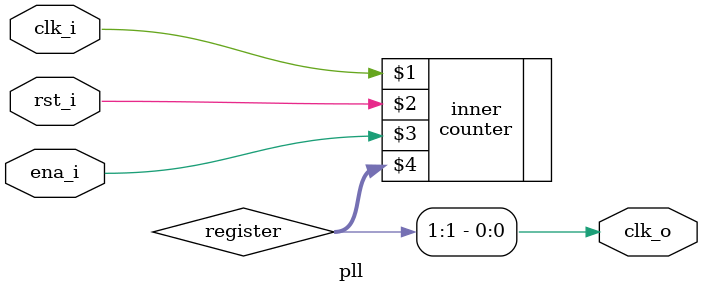
<source format=sv>
/* 
 *
 * Phase Lock Loop
 *
 * @file  pll.sv
 * @autor Luis Arturo Mora Granados
 * @date  21/09/2018
 */

module pll #(parameter BITS = 2)
(
	input logic clk_i, rst_i, ena_i,
	output logic clk_o
);
	logic[BITS-1:0] register;
	counter#(BITS) inner(clk_i, rst_i, ena_i, register);
	always_comb begin 
		clk_o = register[BITS-1];
	end
endmodule

</source>
